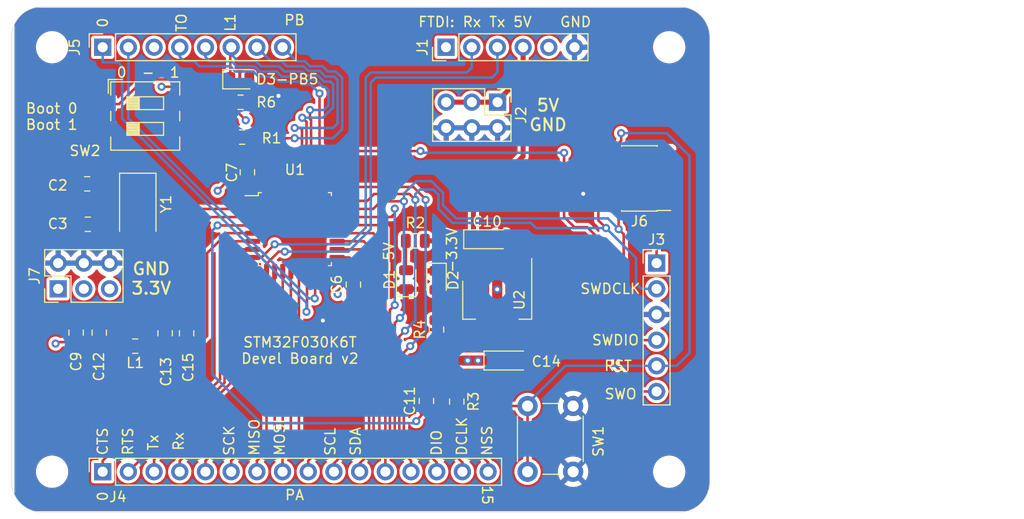
<source format=kicad_pcb>
(kicad_pcb (version 20240108) (generator "pcbnew") (generator_version "8.0")
  (title_block (date "2020-07-01") (rev "0.0.2"))
  (layers (0 "F.Cu" signal) (1 "In1.Cu" power) (2 "In2.Cu" power) (31 "B.Cu" signal) (34 "B.Paste" user) (35 "F.Paste" user) (36 "B.SilkS" user "B.Silkscreen") (37 "F.SilkS" user "F.Silkscreen") (38 "B.Mask" user) (39 "F.Mask" user) (44 "Edge.Cuts" user))
  (net 0 "")
  (net 1 "VCC")
  (net 2 "GND")
  (net 3 "+5V")
  (net 4 "Net-(D1-Pad2)")
  (net 5 "Net-(D2-Pad2)")
  (net 6 "Net-(D3-Pad2)")
  (net 7 "/PB5")
  (net 8 "/PA12")
  (net 9 "/PA11")
  (net 10 "/PB7")
  (net 11 "/PB6")
  (net 12 "/PB4")
  (net 13 "/PB3")
  (net 14 "/PA15")
  (net 15 "/PA14")
  (net 16 "/PA13")
  (net 17 "/PA10")
  (net 18 "/PA9")
  (net 19 "/PA8")
  (net 20 "/PB1")
  (net 21 "/PB0")
  (net 22 "/PA7")
  (net 23 "/PA6")
  (net 24 "/PA5")
  (net 25 "/PA4")
  (net 26 "/PA3")
  (net 27 "/PA2")
  (net 28 "/PA1")
  (net 29 "/PA0")
  (net 30 "/STM32F030K6/PF0")
  (net 31 "/STM32F030K6/PF1")
  (net 32 "/STM32F030K6/NRST")
  (net 33 "/STM32F030K6/_VDDA")
  (net 34 "/STM32F030K6/BOOT0")
  (footprint "MountingHole:MountingHole_2.7mm_M2.5" (layer "F.Cu") (at 165 116)
    (property "Reference" "H2" (hide yes))
    (property "Value" "MountingHole")
  )
  (footprint "MountingHole:MountingHole_2.7mm_M2.5" (layer "F.Cu") (at 165 74)
    (property "Reference" "H1" (hide yes))
    (property "Value" "MountingHole")
  )
  (footprint "MountingHole:MountingHole_2.7mm_M2.5" (layer "F.Cu") (at 104 74)
    (property "Reference" "H3" (hide yes))
    (property "Value" "MountingHole")
  )
  (footprint "MountingHole:MountingHole_2.7mm_M2.5" (layer "F.Cu") (at 104 116)
    (property "Reference" "H4" (hide yes))
    (property "Value" "MountingHole")
  )
  (footprint "Crystal:Crystal_SMD_5032-2Pin_5.0x3.2mm" (layer "F.Cu") (at 112.4699 89.5169 -90)
    (property "Reference" "Y1")
    (property "Value" "8MHz")
  )
  (footprint "Resistor_SMD:R_0805_2012Metric" (layer "F.Cu") (at 122.632 79.446)
    (property "Reference" "R6")
    (property "Value" "1K")
  )
  (footprint "Capacitor_Tantalum_SMD:CP_EIA-3216-18_Kemet-A" (layer "F.Cu") (at 149 105)
    (property "Reference" "C14")
    (property "Value" "10uf")
  )
  (footprint "Capacitor_SMD:C_0805_2012Metric" (layer "F.Cu") (at 115.174 102.3005 90)
    (property "Reference" "C13")
    (property "Value" "1uF")
  )
  (footprint "Resistor_SMD:R_0805_2012Metric" (layer "F.Cu") (at 139.904 93.162 180)
    (property "Reference" "R2")
    (property "Value" "10K")
  )
  (footprint "Capacitor_SMD:C_0805_2012Metric" (layer "F.Cu") (at 106.376 102.238 90)
    (property "Reference" "C9")
    (property "Value" "1uF")
  )
  (footprint "Resistor_SMD:R_0805_2012Metric" (layer "F.Cu") (at 144 109.0625 -90)
    (property "Reference" "R3")
    (property "Value" "10K")
  )
  (footprint "LED_SMD:LED_0805_2012Metric" (layer "F.Cu") (at 142 97.0625 -90)
    (property "Reference" "D2")
    (property "Value" "BLUE")
  )
  (footprint "Resistor_SMD:R_0805_2012Metric" (layer "F.Cu") (at 142 101.9375 90)
    (property "Reference" "R4")
    (property "Value" "1K")
  )
  (footprint "Resistor_SMD:R_0805_2012Metric" (layer "F.Cu") (at 122.7838 82.8906 180)
    (property "Reference" "R1")
    (property "Value" "10K")
  )
  (footprint "Package_TO_SOT_SMD:SOT-223-3_TabPin2" (layer "F.Cu") (at 148 99 -90)
    (property "Reference" "U2")
    (property "Value" "AMS1117-3.3")
  )
  (footprint "Button_Switch_THT:SW_PUSH_6mm" (layer "F.Cu") (at 151 116 90)
    (property "Reference" "SW1")
    (property "Value" "SW_Push")
  )
  (footprint "Capacitor_SMD:C_0805_2012Metric" (layer "F.Cu") (at 107.5324 91.5169 180)
    (property "Reference" "C3")
    (property "Value" "20pf")
  )
  (footprint "LED_SMD:LED_0805_2012Metric" (layer "F.Cu") (at 122.5535 77.16)
    (property "Reference" "D3")
    (property "Value" "GREEN")
  )
  (footprint "LED_SMD:LED_0805_2012Metric" (layer "F.Cu") (at 139 97 90)
    (property "Reference" "D1")
    (property "Value" "RED")
  )
  (footprint "Capacitor_SMD:C_0805_2012Metric" (layer "F.Cu") (at 108.662 102.238 90)
    (property "Reference" "C12")
    (property "Value" "10nF")
  )
  (footprint "Package_QFP:LQFP-32_7x7mm_P0.8mm" (layer "F.Cu") (at 128 92)
    (property "Reference" "U1")
    (property "Value" "STM32F030K6Tx")
  )
  (footprint "Capacitor_SMD:C_0805_2012Metric" (layer "F.Cu") (at 107.4699 87.5169 180)
    (property "Reference" "C2")
    (property "Value" "20pf")
  )
  (footprint "Capacitor_SMD:C_0805_2012Metric" (layer "F.Cu") (at 141 109 90)
    (property "Reference" "C11")
    (property "Value" "100nf")
  )
  (footprint "Capacitor_Tantalum_SMD:CP_EIA-3216-18_Kemet-A" (layer "F.Cu") (at 147 93)
    (property "Reference" "C10")
    (property "Value" "10uf")
  )
  (footprint "Inductor_SMD:L_0805_2012Metric" (layer "F.Cu") (at 112.218 103.576 180)
    (property "Reference" "L1")
    (property "Value" "10uH")
  )
  (footprint "Capacitor_SMD:C_0805_2012Metric" (layer "F.Cu") (at 133.782 97.4829 90)
    (property "Reference" "C6")
    (property "Value" "100nf")
  )
  (footprint "Capacitor_SMD:C_0805_2012Metric" (layer "F.Cu") (at 117.298 102.306 90)
    (property "Reference" "C15")
    (property "Value" "10nF")
  )
  (footprint "Capacitor_SMD:C_0805_2012Metric" (layer "F.Cu") (at 123.3045 86.3704 -90)
    (property "Reference" "C7")
    (property "Value" "100nf")
  )
  (footprint "Connector_PinSocket_2.54mm:PinSocket_1x08_P2.54mm_Vertical" (layer "F.Cu") (at 109 74 90)
    (property "Reference" "J5")
    (property "Value" "Conn_01x16")
  )
  (footprint "Connector_PinSocket_2.54mm:PinSocket_1x16_P2.54mm_Vertical" (layer "F.Cu") (at 109 116 90)
    (property "Reference" "J4")
    (property "Value" "Conn_01x16")
  )
  (footprint "Connector_PinHeader_1.27mm:PinHeader_2x05_P1.27mm_Vertical_SMD" (layer "F.Cu") (at 162.058 86.98 180)
    (property "Reference" "J6")
    (property "Value" "Conn_02x05 Odd_Even")
  )
  (footprint "Button_Switch_SMD:SW_DIP_SPSTx02_Slide_6.7x6.64mm_W8.61mm_P2.54mm_LowProfile" (layer "F.Cu") (at 113.208 80.8078)
    (property "Reference" "SW2")
    (property "Value" "SW_DIP_x02")
  )
  (footprint "Connector_PinHeader_2.54mm:PinHeader_1x06_P2.54mm_Vertical" (layer "F.Cu") (at 142.9387 74 90)
    (property "Reference" "J1")
    (property "Value" "Conn_01x06")
  )
  (footprint "Connector_PinHeader_2.54mm:PinHeader_2x03_P2.54mm_Vertical" (layer "F.Cu") (at 148.0314 79.4362 -90)
    (property "Reference" "J2")
    (property "Value" "Conn_02x03_Odd_Even")
  )
  (footprint "Connector_PinHeader_2.54mm:PinHeader_2x03_P2.54mm_Vertical" (layer "F.Cu") (at 104.5974 97.902 90)
    (property "Reference" "J7")
    (property "Value" "Conn_02x03_Odd_Even")
  )
  (footprint "Connector_PinHeader_2.54mm:PinHeader_1x06_P2.54mm_Vertical" (layer "F.Cu") (at 163.754 95.362)
    (property "Reference" "J3")
    (property "Value" "Conn_01x06")
  )
  (gr_line (start 166 70) (end 103 70) (stroke (width 0.05)) (layer "Edge.Cuts"))
  (gr_line (start 100 117) (end 100 73) (stroke (width 0.05)) (layer "Edge.Cuts"))
  (gr_line (start 166 120) (end 103 120) (stroke (width 0.05)) (layer "Edge.Cuts"))
  (gr_arc (start 100 73) (mid 100.87868 70.87868) (end 103 70) (stroke (width 0.05)) (layer "Edge.Cuts"))
  (gr_arc (start 169 117) (mid 168.12132 119.12132) (end 166 120) (stroke (width 0.05)) (layer "Edge.Cuts"))
  (gr_arc (start 166 70) (mid 168.12132 70.87868) (end 169 73) (stroke (width 0.05)) (layer "Edge.Cuts"))
  (gr_line (start 169 73) (end 169 117) (stroke (width 0.05)) (layer "Edge.Cuts"))
  (gr_arc (start 103 120) (mid 100.87868 119.12132) (end 100 117) (stroke (width 0.05)) (layer "Edge.Cuts"))
  (gr_text "0  -  1" (at 113.5 76.5 0) (layer "F.SilkS") (effects (font (size 1 1))))
  (gr_text "-PB5" (at 128.22 77.16 0) (layer "F.SilkS") (effects (font (size 1 1))))
  (gr_text "DCLK" (at 144.5 114.5 90) (layer "F.SilkS") (effects (font (size 1 1)) (justify left)))
  (gr_text "Boot 0\nBoot 1" (at 103.9624 80.8586 0) (layer "F.SilkS") (effects (font (size 1 1))))
  (gr_text "0" (at 108.916 71.572 270) (layer "F.SilkS") (effects (font (size 1 1))))
  (gr_text "15" (at 147.016 118.308 270) (layer "F.SilkS") (effects (font (size 1 1))))
  (gr_text "0" (at 108.916 118.435 270) (layer "F.SilkS") (effects (font (size 1 1))))
  (gr_text "DIO" (at 142 114.5 90) (layer "F.SilkS") (effects (font (size 1 1)) (justify left)))
  (gr_text "L1" (at 121.616 71.572 90) (layer "F.SilkS") (effects (font (size 1 1))))
  (gr_text "TO" (at 116.79 71.572 90) (layer "F.SilkS") (effects (font (size 1 1))))
  (gr_text "PB" (at 127.966 71.318 0) (layer "F.SilkS") (effects (font (size 1 1))))
  (gr_text "PA" (at 127.966 118.308 0) (layer "F.SilkS") (effects (font (size 1 1))))
  (gr_text "SWDIO" (at 159.69 102.982 0) (layer "F.SilkS") (effects (font (size 1 1))))
  (gr_text "SWDCLK" (at 159.182 97.902 0) (layer "F.SilkS") (effects (font (size 1 1))))
  (gr_text "SWO" (at 160.198 108.316 0) (layer "F.SilkS") (effects (font (size 1 1))))
  (gr_text "RST" (at 159.944 105.522 0) (layer "F.SilkS") (effects (font (size 1 1))))
  (gr_text "5V\nGND" (at 153.0225 80.7062 0) (layer "F.SilkS") (effects (font (size 1.2 1.2) (thickness 0.2))))
  (gr_text "Tx" (at 114 114 90) (layer "F.SilkS") (effects (font (size 1 1)) (justify left)))
  (gr_text "Rx" (at 116.5 114 90) (layer "F.SilkS") (effects (font (size 1 1)) (justify left)))
  (gr_text "SCL" (at 131.5 114.5 90) (layer "F.SilkS") (effects (font (size 1 1)) (justify left)))
  (gr_text "SDA" (at 134 114.5 90) (layer "F.SilkS") (effects (font (size 1 1)) (justify left)))
  (gr_text "MISO" (at 124 114.5 90) (layer "F.SilkS") (effects (font (size 1 1)) (justify left)))
  (gr_text "MOSI" (at 126.5 114.5 90) (layer "F.SilkS") (effects (font (size 1 1)) (justify left)))
  (gr_text "Tx" (at 148 71.5 0) (layer "F.SilkS") (effects (font (size 1 1))))
  (gr_text "-3.3V" (at 143.523 94.051 90) (layer "F.SilkS") (effects (font (size 1 1))))
  (gr_text "NSS" (at 147 114.5 90) (layer "F.SilkS") (effects (font (size 1 1)) (justify left)))
  (gr_text "RTS" (at 111.5 113 90) (layer "F.SilkS") (effects (font (size 1 1))))
  (gr_text "SCK" (at 121.5 114.5 90) (layer "F.SilkS") (effects (font (size 1 1)) (justify left)))
  (gr_text "GND" (at 155.75 71.5 0) (layer "F.SilkS") (effects (font (size 1 1))))
  (gr_text "STM32F030K6T\nDevel Board v2" (at 128.5 104 0) (layer "F.SilkS") (effects (font (size 1 1))))
  (gr_text "-5V" (at 137.3 94.813 90) (layer "F.SilkS") (effects (font (size 1 1))))
  (gr_text "5V" (at 150.5 71.5 0) (layer "F.SilkS") (effects (font (size 1 1))))
  (gr_text "GND\n3.3V" (at 113.8049 96.886 0) (layer "F.SilkS") (effects (font (size 1.2 1.2) (thickness 0.2))))
  (gr_text "Rx" (at 145.5 71.5 0) (layer "F.SilkS") (effects (font (size 1 1))))
  (gr_text "FTDI:" (at 142 71.5 0) (layer "F.SilkS") (effects (font (size 1 1))))
  (gr_text "CTS" (at 109 113 90) (layer "F.SilkS") (effects (font (size 1 1))))
  (segment (start 117.298 79.192) (end 117.6305 79.192) (width 0.25) (layer "F.Cu") (net 1))
  (segment (start 121.6945 79.7785) (end 123.14 81.224) (width 0.25) (layer "F.Cu") (net 1))
  (segment (start 145.084 105) (end 144.576 105) (width 1) (layer "F.Cu") (net 1))
  (segment (start 121.6945 79.446) (end 121.6945 79.7785) (width 0.25) (layer "F.Cu") (net 1))
  (segment (start 106.376 103.1755) (end 104.4905 103.1755) (width 0.25) (layer "F.Cu") (net 1))
  (segment (start 104.4905 103.1755) (end 104.344 103.322) (width 0.25) (layer "F.Cu") (net 1))
  (segment (start 108.662 103.1755) (end 106.376 103.1755) (width 0.25) (layer "F.Cu") (net 1))
  (segment (start 111.2805 103.576) (end 109.0625 103.576) (width 0.25) (layer "F.Cu") (net 1))
  (segment (start 109.0625 103.576) (end 108.662 103.1755) (width 0.25) (layer "F.Cu") (net 1))
  (segment (start 146.1 105) (end 145.084 105) (width 1) (layer "F.Cu") (net 1))
  (segment (start 143.968 104.084) (end 143.968 104.392) (width 0.25) (layer "F.Cu") (net 1))
  (segment (start 143.968 104.392) (end 144.576 105) (width 0.25) (layer "F.Cu") (net 1))
  (segment (start 142 102.875) (end 142.759 102.875) (width 0.25) (layer "F.Cu") (net 1))
  (segment (start 142.759 102.875) (end 143.968 104.084) (width 0.25) (layer "F.Cu") (net 1))
  (segment (start 144.576 105) (end 144 105.576) (width 0.25) (layer "F.Cu") (net 1))
  (segment (start 144 105.576) (end 144 108.125) (width 0.25) (layer "F.Cu") (net 1))
  (segment (start 147.65 105) (end 146.1 105) (width 1) (layer "F.Cu") (net 1))
  (segment (start 147.65 105) (end 147.65 102.5) (width 1) (layer "F.Cu") (net 1))
  (segment (start 147.65 102.5) (end 148 102.15) (width 0.25) (layer "F.Cu") (net 1))
  (segment (start 148 97.956) (end 148 102.15) (width 1) (layer "F.Cu") (net 1))
  (segment (start 148 95.85) (end 148 97.956) (width 1) (layer "F.Cu") (net 1))
  (segment (start 132.231835 98.095565) (end 132.231835 98.425952) (width 0.25) (layer "F.Cu") (net 1))
  (segment (start 164 92) (end 163.75 92.25) (width 0.25) (layer "F.Cu") (net 1))
  (segment (start 132.175 94.8) (end 133.3851 94.8) (width 0.25) (layer "F.Cu") (net 1))
  (segment (start 121.2621 87.3079) (end 120.3708 88.1992) (width 0.25) (layer "F.Cu") (net 1))
  (segment (start 117.145 77.9122) (end 117.513 78.2802) (width 0.25) (layer "F.Cu") (net 1))
  (segment (start 164 89.528) (end 164 92) (width 0.25) (layer "F.Cu") (net 1))
  (segment (start 163.754 95.362) (end 163.754 92.254) (width 0.25) (layer "F.Cu") (net 1))
  (segment (start 114.8209 77.9122) (end 117.145 77.9122) (width 0.25) (layer "F.Cu") (net 1))
  (segment (start 117.513 78.2802) (end 117.513 79.5378) (width 0.25) (layer "F.Cu") (net 1))
  (segment (start 123.3045 88.0214) (end 123.825 88.5419) (width 0.25) (layer "F.Cu") (net 1))
  (segment (start 114.8712 77.9625) (end 114.8209 77.9122) (width 0.25) (layer "F.Cu") (net 1))
  (segment (start 123.825 88.5419) (end 123.825 89.2) (width 0.25) (layer "F.Cu") (net 1))
  (segment (start 133.782 96.5454) (end 132.231835 98.095565) (width 0.25) (layer "F.Cu") (net 1))
  (segment (start 163.754 92.254) (end 163.75 92.25) (width 0.25) (layer "F.Cu") (net 1))
  (segment (start 133.782 95.1969) (end 133.782 96.5454) (width 0.25) (layer "F.Cu") (net 1))
  (segment (start 133.3851 94.8) (end 133.782 95.1969) (width 0.25) (layer "F.Cu") (net 1))
  (segment (start 164.008 89.52) (end 164 89.528) (width 0.25) (layer "F.Cu") (net 1))
  (segment (start 123.3045 87.3079) (end 121.2621 87.3079) (width 0.25) (layer "F.Cu") (net 1))
  (segment (start 123.3045 87.3079) (end 123.3045 88.0214) (width 0.25) (layer "F.Cu") (net 1))
  (via (at 123.14 81.224) (size 0.8) (drill 0.4) (layers "F.Cu" "B.Cu") (net 1))
  (via (at 104.344 103.322) (size 0.8) (drill 0.4) (layers "F.Cu" "B.Cu") (net 1))
  (via (at 145.084 105) (size 0.8) (drill 0.4) (layers "F.Cu" "B.Cu") (net 1))
  (via (at 146.1 105) (size 0.8) (drill 0.4) (layers "F.Cu" "B.Cu") (net 1))
  (via (at 148 97.956) (size 0.8) (drill 0.4) (layers "F.Cu" "B.Cu") (net 1))
  (via (at 120.3708 88.1992) (size 0.8) (drill 0.4) (layers "F.Cu" "B.Cu") (net 1))
  (via (at 114.8209 77.9122) (size 0.8) (drill 0.4) (layers "F.Cu" "B.Cu") (net 1))
  (via (at 132.231835 98.425952) (size 0.8) (drill 0.4) (layers "F.Cu" "B.Cu") (net 1))
  (segment (start 115.174 101.363) (end 117.2925 101.363) (width 0.25) (layer "F.Cu") (net 2))
  (segment (start 117.2925 101.363) (end 117.298 101.3685) (width 0.25) (layer "F.Cu") (net 2))
  (segment (start 131.159999 100.636001) (end 130.76 101.036) (width 0.25) (layer "F.Cu") (net 2))
  (segment (start 130.75 96.1625) (end 131.159999 96.572499) (width 0.25) (layer "F.Cu") (net 2))
  (segment (start 131.159999 96.572499) (end 131.159999 100.636001) (width 0.25) (layer "F.Cu") (net 2))
  (via (at 130.76 101.036) (size 0.8) (drill 0.4) (layers "F.Cu" "B.Cu") (net 2))
  (via (at 126.378 78.811) (size 0.8) (drill 0.4) (layers "F.Cu" "B.Cu") (net 2))
  (via (at 156.5 88.5) (size 0.8) (drill 0.4) (layers "F.Cu" "B.Cu") (net 2))
  (segment (start 143.368 93) (end 143.206 93.162) (width 0.5) (layer "F.Cu") (net 3))
  (segment (start 143.206 93.162) (end 140.8415 93.162) (width 0.5) (layer "F.Cu") (net 3))
  (segment (start 145.65 93) (end 143.368 93) (width 0.5) (layer "F.Cu") (net 3))
  (segment (start 145.65 95.8) (end 145.7 95.85) (width 0.5) (layer "F.Cu") (net 3))
  (segment (start 150.5587 84.7829) (end 145.65 89.6916) (width 0.5) (layer "F.Cu") (net 3))
  (segment (start 145.65 93.8318) (end 145.65 95.8) (width 0.5) (layer "F.Cu") (net 3))
  (segment (start 150.5587 76.7819) (end 150.5587 84.7829) (width 0.5) (layer "F.Cu") (net 3))
  (segment (start 145.65 93) (end 145.65 93.8318) (width 0.5) (layer "F.Cu") (net 3))
  (segment (start 145.65 89.6916) (end 145.65 93.8318) (width 0.5) (layer "F.Cu") (net 3))
  (segment (start 150.5587 73.8355) (end 150.5587 76.7819) (width 0.5) (layer "F.Cu") (net 3))
  (segment (start 147.9044 79.4362) (end 150.5587 76.7819) (width 0.5) (layer "F.Cu") (net 3))
  (segment (start 142.9514 79.4362) (end 147.9044 79.4362) (width 0.5) (layer "F.Cu") (net 3))
  (segment (start 138.9665 93.162) (end 138.9665 96.029) (width 0.25) (layer "F.Cu") (net 4))
  (segment (start 138.9665 96.029) (end 139 96.0625) (width 0.25) (layer "F.Cu") (net 4))
  (segment (start 142 98) (end 142 101) (width 0.25) (layer "F.Cu") (net 5))
  (segment (start 123.491 77.16) (end 123.491 79.3675) (width 0.25) (layer "F.Cu") (net 6))
  (segment (start 123.491 79.3675) (end 123.5695 79.446) (width 0.25) (layer "F.Cu") (net 6))
  (segment (start 121.616 77.16) (end 121.616 74.084) (width 0.25) (layer "F.Cu") (net 7))
  (segment (start 121.616 74.084) (end 121.7 74) (width 0.25) (layer "F.Cu") (net 7))
  (segment (start 128.4 87.825) (end 128.4 86.6851) (width 0.25) (layer "F.Cu") (net 7))
  (segment (start 129.150011 85.935089) (end 129.150011 81.392011) (width 0.25) (layer "F.Cu") (net 7))
  (segment (start 129.150011 81.392011) (end 128.728 80.97) (width 0.25) (layer "F.Cu") (net 7))
  (segment (start 128.4 86.6851) (end 129.150011 85.935089) (width 0.25) (layer "F.Cu") (net 7))
  (via (at 128.728 80.97) (size 0.8) (drill 0.4) (layers "F.Cu" "B.Cu") (net 7))
  (segment (start 128.728 76.398) (end 129.11861 76.78861) (width 0.25) (layer "B.Cu") (net 7))
  (segment (start 124.156 75.382) (end 124.664 75.89) (width 0.25) (layer "B.Cu") (net 7))
  (segment (start 130.88559 77.414) (end 131.522 77.414) (width 0.25) (layer "B.Cu") (net 7))
  (segment (start 124.664 75.89) (end 126.442 75.89) (width 0.25) (layer "B.Cu") (net 7))
  (segment (start 121.7 74.704) (end 122.378 75.382) (width 0.25) (layer "B.Cu") (net 7))
  (segment (start 131.776 77.668) (end 131.776 79.954) (width 0.25) (layer "B.Cu") (net 7))
  (segment (start 121.7 74) (end 121.7 74.704) (width 0.25) (layer "B.Cu") (net 7))
  (segment (start 126.95 76.398) (end 128.728 76.398) (width 0.25) (layer "B.Cu") (net 7))
  (segment (start 130.76 80.97) (end 128.728 80.97) (width 0.25) (layer "B.Cu") (net 7))
  (segment (start 122.378 75.382) (end 124.156 75.382) (width 0.25) (layer "B.Cu") (net 7))
  (segment (start 126.442 75.89) (end 126.95 76.398) (width 0.25) (layer "B.Cu") (net 7))
  (segment (start 131.776 79.954) (end 130.76 80.97) (width 0.25) (layer "B.Cu") (net 7))
  (segment (start 131.522 77.414) (end 131.776 77.668) (width 0.25) (layer "B.Cu") (net 7))
  (segment (start 130.2602 76.78861) (end 130.88559 77.414) (width 0.25) (layer "B.Cu") (net 7))
  (segment (start 129.11861 76.78861) (end 130.2602 76.78861) (width 0.25) (layer "B.Cu") (net 7))
  (segment (start 137.39001 113.76201) (end 137.39001 99.99399) (width 0.25) (layer "F.Cu") (net 8))
  (segment (start 138.126 114.498) (end 137.39001 113.76201) (width 0.25) (layer "F.Cu") (net 8))
  (segment (start 139.48 114.92) (end 139.058 114.498) (width 0.25) (layer "F.Cu") (net 8))
  (segment (start 137.39001 99.99399) (end 137.872 99.512) (width 0.25) (layer "F.Cu") (net 8))
  (segment (start 139.48 116) (end 139.48 114.92) (width 0.25) (layer "F.Cu") (net 8))
  (segment (start 139.058 114.498) (end 138.126 114.498) (width 0.25) (layer "F.Cu") (net 8))
  (segment (start 137.872 90.368) (end 137.872 89.969009) (width 0.25) (layer "F.Cu") (net 8))
  (segment (start 137.872 89.969009) (end 137.872 90.431) (width 0.25) (layer "F.Cu") (net 8))
  (segment (start 132.175 90.8) (end 137.5947 90.8) (width 0.25) (layer "F.Cu") (net 8))
  (segment (start 137.872 90.431) (end 137.50301 90.79999) (width 0.25) (layer "F.Cu") (net 8))
  (segment (start 137.59471 90.79999) (end 137.50301 90.79999) (width 0.25) (layer "F.Cu") (net 8))
  (segment (start 137.5947 90.8) (end 137.59471 90.79999) (width 0.25) (layer "F.Cu") (net 8))
  (via (at 137.872 89.969009) (size 0.8) (drill 0.4) (layers "F.Cu" "B.Cu") (net 8))
  (via (at 137.872 99.512) (size 0.8) (drill 0.4) (layers "F.Cu" "B.Cu") (net 8))
  (segment (start 137.872 99.512) (end 137.872 89.969009) (width 0.25) (layer "B.Cu") (net 8))
  (segment (start 132.1625 91.75) (end 132.396 91.75) (width 0.25) (layer "F.Cu") (net 9))
  (segment (start 132.396 91.75) (end 132.42099 91.77499) (width 0.25) (layer "F.Cu") (net 9))
  (segment (start 136.5732 91.6) (end 136.94 91.9668) (width 0.25) (layer "F.Cu") (net 9))
  (segment (start 132.175 91.6) (end 136.5732 91.6) (width 0.25) (layer "F.Cu") (net 9))
  (segment (start 136.94 91.9668) (end 136.94 116) (width 0.25) (layer "F.Cu") (net 9))
  (segment (start 127.975 83.002) (end 127.75 83.227) (width 0.25) (layer "F.Cu") (net 10))
  (segment (start 127.1174 83.002) (end 127.975 83.002) (width 0.25) (layer "F.Cu") (net 10))
  (segment (start 126.8 87.825) (end 126.8 83.3194) (width 0.25) (layer "F.Cu") (net 10))
  (segment (start 126.8 83.3194) (end 127.1174 83.002) (width 0.25) (layer "F.Cu") (net 10))
  (via (at 127.975 83.002) (size 0.8) (drill 0.4) (layers "F.Cu" "B.Cu") (net 10))
  (segment (start 130.75859 75.88859) (end 131.268 76.398) (width 0.25) (layer "B.Cu") (net 10))
  (segment (start 131.268 76.398) (end 132.03 76.398) (width 0.25) (layer "B.Cu") (net 10))
  (segment (start 132.03 76.398) (end 132.67602 77.04402) (width 0.25) (layer "B.Cu") (net 10))
  (segment (start 132.67602 77.04402) (end 132.67602 82.10198) (width 0.25) (layer "B.Cu") (net 10))
  (segment (start 126.78 74) (end 128.162 75.382) (width 0.25) (layer "B.Cu") (net 10))
  (segment (start 131.776 83.002) (end 127.975 83.002) (width 0.25) (layer "B.Cu") (net 10))
  (segment (start 132.67602 82.10198) (end 131.776 83.002) (width 0.25) (layer "B.Cu") (net 10))
  (segment (start 128.162 75.382) (end 128.984821 75.382) (width 0.25) (layer "B.Cu") (net 10))
  (segment (start 128.984821 75.382) (end 129.49141 75.88859) (width 0.25) (layer "B.Cu") (net 10))
  (segment (start 129.49141 75.88859) (end 130.75859 75.88859) (width 0.25) (layer "B.Cu") (net 10))
  (segment (start 128.540685 81.986) (end 128.700001 82.145316) (width 0.25) (layer "F.Cu") (net 11))
  (segment (start 127.975 81.986) (end 128.540685 81.986) (width 0.25) (layer "F.Cu") (net 11))
  (segment (start 127.6 86.05) (end 128.700001 84.949999) (width 0.25) (layer "F.Cu") (net 11))
  (segment (start 127.6 87.825) (end 127.6 86.05) (width 0.25) (layer "F.Cu") (net 11))
  (segment (start 128.700001 84.949999) (end 128.700001 82.145316) (width 0.25) (layer "F.Cu") (net 11))
  (via (at 127.975 81.986) (size 0.8) (drill 0.4) (layers "F.Cu" "B.Cu") (net 11))
  (segment (start 132.226009 81.535991) (end 131.776 81.986) (width 0.25) (layer "B.Cu") (net 11))
  (segment (start 127.204 75.89) (end 128.856411 75.89) (width 0.25) (layer "B.Cu") (net 11))
  (segment (start 131.90159 76.906) (end 132.226009 77.230419) (width 0.25) (layer "B.Cu") (net 11))
  (segment (start 130.4466 76.3386) (end 131.014 76.906) (width 0.25) (layer "B.Cu") (net 11))
  (segment (start 129.30501 76.3386) (end 130.4466 76.3386) (width 0.25) (layer "B.Cu") (net 11))
  (segment (start 126.696 75.382) (end 127.204 75.89) (width 0.25) (layer "B.Cu") (net 11))
  (segment (start 125.622 75.382) (end 126.696 75.382) (width 0.25) (layer "B.Cu") (net 11))
  (segment (start 132.226009 77.230419) (end 132.226009 81.535991) (width 0.25) (layer "B.Cu") (net 11))
  (segment (start 128.856411 75.89) (end 129.30501 76.3386) (width 0.25) (layer "B.Cu") (net 11))
  (segment (start 124.24 74) (end 125.622 75.382) (width 0.25) (layer "B.Cu") (net 11))
  (segment (start 131.014 76.906) (end 131.90159 76.906) (width 0.25) (layer "B.Cu") (net 11))
  (segment (start 131.776 81.986) (end 127.975 81.986) (width 0.25) (layer "B.Cu") (net 11))
  (segment (start 129.600021 86.386779) (end 129.600021 81.205611) (width 0.25) (layer "F.Cu") (net 12))
  (segment (start 129.2 87.825) (end 129.2 86.7868) (width 0.25) (layer "F.Cu") (net 12))
  (segment (start 129.600021 81.205611) (end 129.49 81.09559) (width 0.25) (layer "F.Cu") (net 12))
  (segment (start 129.49 81.09559) (end 129.49 80.208) (width 0.25) (layer "F.Cu") (net 12))
  (segment (start 129.2 86.7868) (end 129.600021 86.386779) (width 0.25) (layer "F.Cu") (net 12))
  (via (at 129.49 80.208) (size 0.8) (drill 0.4) (layers "F.Cu" "B.Cu") (net 12))
  (segment (start 124.53559 76.398) (end 126.188 76.398) (width 0.25) (layer "B.Cu") (net 12))
  (segment (start 130.75718 77.922) (end 131.014 77.922) (width 0.25) (layer "B.Cu") (net 12))
  (segment (start 122.24959 75.89) (end 124.02759 75.89) (width 0.25) (layer "B.Cu") (net 12))
  (segment (start 131.014 77.922) (end 131.32599 78.23399) (width 0.25) (layer "B.Cu") (net 12))
  (segment (start 126.188 76.398) (end 126.696 76.906) (width 0.25) (layer "B.Cu") (net 12))
  (segment (start 128.59959 76.906) (end 128.93221 77.23862) (width 0.25) (layer "B.Cu") (net 12))
  (segment (start 119.584 75.382) (end 121.74159 75.382) (width 0.25) (layer "B.Cu") (net 12))
  (segment (start 119.16 74.958) (end 119.584 75.382) (width 0.25) (layer "B.Cu") (net 12))
  (segment (start 131.32599 78.23399) (end 131.32599 79.7676) (width 0.25) (layer "B.Cu") (net 12))
  (segment (start 128.93221 77.23862) (end 130.0738 77.23862) (width 0.25) (layer "B.Cu") (net 12))
  (segment (start 121.74159 75.382) (end 122.24959 75.89) (width 0.25) (layer "B.Cu") (net 12))
  (segment (start 126.696 76.906) (end 128.59959 76.906) (width 0.25) (layer "B.Cu") (net 12))
  (segment (start 119.16 74) (end 119.16 74.958) (width 0.25) (layer "B.Cu") (net 12))
  (segment (start 130.0738 77.23862) (end 130.75718 77.922) (width 0.25) (layer "B.Cu") (net 12))
  (segment (start 124.02759 75.89) (end 124.53559 76.398) (width 0.25) (layer "B.Cu") (net 12))
  (segment (start 130.88559 80.208) (end 129.49 80.208) (width 0.25) (layer "B.Cu") (net 12))
  (segment (start 131.32599 79.7676) (end 130.88559 80.208) (width 0.25) (layer "B.Cu") (net 12))
  (segment (start 131.014 84.272) (end 140.412 84.272) (width 0.25) (layer "F.Cu") (net 13))
  (segment (start 130.43584 83.69384) (end 131.014 84.272) (width 0.25) (layer "F.Cu") (net 13))
  (segment (start 130.43584 78.571897) (end 130.43584 83.69384) (width 0.25) (layer "F.Cu") (net 13))
  (segment (start 159.69 105.522) (end 159.69 94.6) (width 0.25) (layer "F.Cu") (net 13))
  (segment (start 164.516 108.062) (end 162.23 108.062) (width 0.25) (layer "F.Cu") (net 13))
  (segment (start 130 87.825) (end 130 86.62321) (width 0.25) (layer "F.Cu") (net 13))
  (segment (start 155.626 91.806) (end 154.61 90.79) (width 0.25) (layer "F.Cu") (net 13))
  (segment (start 130.43584 86.18737) (end 130.43584 83.69384) (width 0.25) (layer "F.Cu") (net 13))
  (segment (start 155.2 86.98) (end 154.61 86.39) (width 0.25) (layer "F.Cu") (net 13))
  (segment (start 156.896 91.806) (end 155.626 91.806) (width 0.25) (layer "F.Cu") (net 13))
  (segment (start 154.61 90.79) (end 154.61 86.39) (width 0.25) (layer "F.Cu") (net 13))
  (segment (start 162.23 108.062) (end 159.69 105.522) (width 0.25) (layer "F.Cu") (net 13))
  (segment (start 130 86.62321) (end 130.43584 86.18737) (width 0.25) (layer "F.Cu") (net 13))
  (segment (start 160.108 86.98) (end 155.2 86.98) (width 0.25) (layer "F.Cu") (net 13))
  (segment (start 159.69 94.6) (end 156.896 91.806) (width 0.25) (layer "F.Cu") (net 13))
  (segment (start 154.61 86.39) (end 154.61 84.44) (width 0.25) (layer "F.Cu") (net 13))
  (via (at 140.412 84.272) (size 0.8) (drill 0.4) (layers "F.Cu" "B.Cu") (net 13))
  (via (at 130.43584 78.571897) (size 0.8) (drill 0.4) (layers "F.Cu" "B.Cu") (net 13))
  (via (at 154.61 84.44) (size 0.8) (drill 0.4) (layers "F.Cu" "B.Cu") (net 13))
  (segment (start 124.40718 76.906) (end 125.934 76.906) (width 0.25) (layer "B.Cu") (net 13))
  (segment (start 126.442 77.414) (end 128.47118 77.414) (width 0.25) (layer "B.Cu") (net 13))
  (segment (start 116.62 74.958) (end 117.044 75.382) (width 0.25) (layer "B.Cu") (net 13))
  (segment (start 116.62 74) (end 116.62 74.958) (width 0.25) (layer "B.Cu") (net 13))
  (segment (start 128.47118 77.414) (end 128.745808 77.688628) (width 0.25) (layer "B.Cu") (net 13))
  (segment (start 129.552571 77.688628) (end 130.43584 78.571897) (width 0.25) (layer "B.Cu") (net 13))
  (segment (start 118.568 75.89) (end 121.61318 75.89) (width 0.25) (layer "B.Cu") (net 13))
  (segment (start 122.12118 76.398) (end 123.89918 76.398) (width 0.25) (layer "B.Cu") (net 13))
  (segment (start 125.934 76.906) (end 126.442 77.414) (width 0.25) (layer "B.Cu") (net 13))
  (segment (start 121.61318 75.89) (end 122.12118 76.398) (width 0.25) (layer "B.Cu") (net 13))
  (segment (start 117.044 75.382) (end 118.06 75.382) (width 0.25) (layer "B.Cu") (net 13))
  (segment (start 123.89918 76.398) (end 124.40718 76.906) (width 0.25) (layer "B.Cu") (net 13))
  (segment (start 128.745808 77.688628) (end 129.552571 77.688628) (width 0.25) (layer "B.Cu") (net 13))
  (segment (start 118.06 75.382) (end 118.568 75.89) (width 0.25) (layer "B.Cu") (net 13))
  (segment (start 154.61 84.44) (end 140.58 84.44) (width 0.25) (layer "B.Cu") (net 13))
  (segment (start 140.58 84.44) (end 140.412 84.272) (width 0.25) (layer "B.Cu") (net 13))
  (segment (start 146.508 114.498) (end 144.73 114.498) (width 0.25) (layer "F.Cu") (net 14))
  (segment (start 144.73 114.498) (end 144.222 113.99) (width 0.25) (layer "F.Cu") (net 14))
  (segment (start 140.977991 113.539991) (end 140.92 113.482) (width 0.25) (layer "F.Cu") (net 14))
  (segment (start 140.79441 113.482) (end 140.3444 113.03199) (width 0.25) (layer "F.Cu") (net 14))
  (segment (start 140.3444 113.03199) (end 138.94599 113.03199) (width 0.25) (layer "F.Cu") (net 14))
  (segment (start 142.57241 113.99) (end 142.122401 113.539991) (width 0.25) (layer "F.Cu") (net 14))
  (segment (start 147.1 115.09) (end 146.508 114.498) (width 0.25) (layer "F.Cu") (net 14))
  (segment (start 142.122401 113.539991) (end 140.977991 113.539991) (width 0.25) (layer "F.Cu") (net 14))
  (segment (start 147.1 116) (end 147.1 115.09) (width 0.25) (layer "F.Cu") (net 14))
  (segment (start 138.77202 104.19998) (end 139.396 103.576) (width 0.25) (layer "F.Cu") (net 14))
  (segment (start 144.222 113.99) (end 142.57241 113.99) (width 0.25) (layer "F.Cu") (net 14))
  (segment (start 138.77202 112.85802) (end 138.77202 104.19998) (width 0.25) (layer "F.Cu") (net 14))
  (segment (start 138.94599 113.03199) (end 138.77202 112.85802) (width 0.25) (layer "F.Cu") (net 14))
  (segment (start 140.92 113.482) (end 140.79441 113.482) (width 0.25) (layer "F.Cu") (net 14))
  (segment (start 130.76 87.8275) (end 130.75 87.8375) (width 0.25) (layer "F.Cu") (net 14))
  (segment (start 130.8 87.825) (end 139.704002 87.825) (width 0.25) (layer "F.Cu") (net 14))
  (segment (start 140.92 89.040998) (end 140.92 89.098) (width 0.25) (layer "F.Cu") (net 14))
  (segment (start 139.704002 87.825) (end 140.92 89.040998) (width 0.25) (layer "F.Cu") (net 14))
  (via (at 140.92 89.098) (size 0.8) (drill 0.4) (layers "F.Cu" "B.Cu") (net 14))
  (via (at 139.396 103.576) (size 0.8) (drill 0.4) (layers "F.Cu" "B.Cu") (net 14))
  (segment (start 140.92 102.052) (end 140.92 89.098) (width 0.25) (layer "B.Cu") (net 14))
  (segment (start 139.396 103.576) (end 140.92 102.052) (width 0.25) (layer "B.Cu") (net 14))
  (segment (start 140.158 113.482) (end 138.634 113.482) (width 0.25) (layer "F.Cu") (net 15))
  (segment (start 144.56 116) (end 144.56 115.09) (width 0.25) (layer "F.Cu") (net 15))
  (segment (start 143.968 114.498) (end 142.444 114.498) (width 0.25) (layer "F.Cu") (net 15))
  (segment (start 141.936 113.99) (end 140.666 113.99) (width 0.25) (layer "F.Cu") (net 15))
  (segment (start 138.634 113.482) (end 138.32201 113.17001) (width 0.25) (layer "F.Cu") (net 15))
  (segment (start 144.56 115.09) (end 143.968 114.498) (width 0.25) (layer "F.Cu") (net 15))
  (segment (start 142.444 114.498) (end 141.936 113.99) (width 0.25) (layer "F.Cu") (net 15))
  (segment (start 138.32201 102.61799) (end 138.888 102.052) (width 0.25) (layer "F.Cu") (net 15))
  (segment (start 140.666 113.99) (end 140.158 113.482) (width 0.25) (layer "F.Cu") (net 15))
  (segment (start 138.32201 113.17001) (end 138.32201 102.61799) (width 0.25) (layer "F.Cu") (net 15))
  (segment (start 135.837102 88.518998) (end 139.324998 88.518998) (width 0.25) (layer "F.Cu") (net 15))
  (segment (start 158 91.132) (end 158.76 91.892) (width 0.25) (layer "F.Cu") (net 15))
  (segment (start 132.175 89.2) (end 135.1561 89.2) (width 0.25) (layer "F.Cu") (net 15))
  (segment (start 158 89.25) (end 158 91.132) (width 0.25) (layer "F.Cu") (net 15))
  (segment (start 139.324998 88.518998) (end 139.904 89.098) (width 0.25) (layer "F.Cu") (net 15))
  (segment (start 135.1561 89.2) (end 135.837102 88.518998) (width 0.25) (layer "F.Cu") (net 15))
  (segment (start 159 88.25) (end 158 89.25) (width 0.25) (layer "F.Cu") (net 15))
  (segment (start 160.108 88.25) (end 159 88.25) (width 0.25) (layer "F.Cu") (net 15))
  (via (at 139.904 89.098) (size 0.8) (drill 0.4) (layers "F.Cu" "B.Cu") (net 15))
  (via (at 138.888 102.052) (size 0.8) (drill 0.4) (layers "F.Cu" "B.Cu") (net 15))
  (via (at 158.76 91.892) (size 0.8) (drill 0.4) (layers "F.Cu" "B.Cu") (net 15))
  (segment (start 139.904 101.036) (end 139.904 89.098) (width 0.25) (layer "B.Cu") (net 15))
  (segment (start 138.888 102.052) (end 139.904 101.036) (width 0.25) (layer "B.Cu") (net 15))
  (segment (start 158.76 91.892) (end 161.722 94.854) (width 0.25) (layer "B.Cu") (net 15))
  (segment (start 139.904 88.532315) (end 140.354315 88.082) (width 0.25) (layer "B.Cu") (net 15))
  (segment (start 140.354315 88.082) (end 141.682 88.082) (width 0.25) (layer "B.Cu") (net 15))
  (segment (start 142.19 89.991) (end 143.583 91.384) (width 0.25) (layer "B.Cu") (net 15))
  (segment (start 161.722 97.394) (end 162.23 97.902) (width 0.25) (layer "B.Cu") (net 15))
  (segment (start 151.334 91.384) (end 151.842 91.892) (width 0.25) (layer "B.Cu") (net 15))
  (segment (start 139.904 89.098) (end 139.904 88.532315) (width 0.25) (layer "B.Cu") (net 15))
  (segment (start 141.682 88.082) (end 142.19 88.59) (width 0.25) (layer "B.Cu") (net 15))
  (segment (start 161.722 94.854) (end 161.722 97.394) (width 0.25) (layer "B.Cu") (net 15))
  (segment (start 142.19 88.59) (end 142.19 89.991) (width 0.25) (layer "B.Cu") (net 15))
  (segment (start 151.842 91.892) (end 158.76 91.892) (width 0.25) (layer "B.Cu") (net 15))
  (segment (start 162.23 97.902) (end 164.516 97.902) (width 0.25) (layer "B.Cu") (net 15))
  (segment (start 143.583 91.384) (end 151.334 91.384) (width 0.25) (layer "B.Cu") (net 15))
  (segment (start 137.872 113.60759) (end 137.872 101.29) (width 0.25) (layer "F.Cu") (net 16))
  (segment (start 141.428 114.498) (end 139.904 114.498) (width 0.25) (layer "F.Cu") (net 16))
  (segment (start 142.02 116) (end 142.02 115.09) (width 0.25) (layer "F.Cu") (net 16))
  (segment (start 138.25441 113.99) (end 137.872 113.60759) (width 0.25) (layer "F.Cu") (net 16))
  (segment (start 142.02 115.09) (end 141.428 114.498) (width 0.25) (layer "F.Cu") (net 16))
  (segment (start 139.904 114.498) (end 139.396 113.99) (width 0.25) (layer "F.Cu") (net 16))
  (segment (start 139.396 113.99) (end 138.25441 113.99) (width 0.25) (layer "F.Cu") (net 16))
  (segment (start 137.872 101.29) (end 138.38 100.782) (width 0.25) (layer "F.Cu") (net 16))
  (segment (start 160 92) (end 160.5 92.5) (width 0.25) (layer "F.Cu") (net 16))
  (segment (start 160 92) (end 160 89.628) (width 0.25) (layer "F.Cu") (net 16))
  (segment (start 160.5 102.25) (end 161.232 102.982) (width 0.25) (layer "F.Cu") (net 16))
  (segment (start 132.175 90) (end 135.7404 90) (width 0.25) (layer "F.Cu") (net 16))
  (segment (start 136.496401 89.243999) (end 138.779999 89.243999) (width 0.25) (layer "F.Cu") (net 16))
  (segment (start 135.7404 90) (end 136.496401 89.243999) (width 0.25) (layer "F.Cu") (net 16))
  (segment (start 160.5 92.5) (end 160.5 102.25) (width 0.25) (layer "F.Cu") (net 16))
  (segment (start 161.232 102.982) (end 163.754 102.982) (width 0.25) (layer "F.Cu") (net 16))
  (segment (start 160 89.628) (end 160.108 89.52) (width 0.25) (layer "F.Cu") (net 16))
  (via (at 138.779999 89.243999) (size 0.8) (drill 0.4) (layers "F.Cu" "B.Cu") (net 16))
  (via (at 138.38 100.782) (size 0.8) (drill 0.4) (layers "F.Cu" "B.Cu") (net 16))
  (via (at 160 92) (size 0.8) (drill 0.4) (layers "F.Cu" "B.Cu") (net 16))
  (segment (start 138.779999 100.382001) (end 138.779999 89.243999) (width 0.25) (layer "B.Cu") (net 16))
  (segment (start 138.38 100.782) (end 138.779999 100.382001) (width 0.25) (layer "B.Cu") (net 16))
  (segment (start 138.779999 88.470001) (end 140 87.25) (width 0.25) (layer "B.Cu") (net 16))
  (segment (start 141.48641 87.25) (end 142.64001 88.4036) (width 0.25) (layer "B.Cu") (net 16))
  (segment (start 151.520401 90.933991) (end 158.933991 90.933991) (width 0.25) (layer "B.Cu") (net 16))
  (segment (start 158.933991 90.933991) (end 160 92) (width 0.25) (layer "B.Cu") (net 16))
  (segment (start 142.64001 89.64001) (end 143.93399 90.93399) (width 0.25) (layer "B.Cu") (net 16))
  (segment (start 143.93399 90.93399) (end 151.520401 90.933991) (width 0.25) (layer "B.Cu") (net 16))
  (segment (start 140 87.25) (end 141.48641 87.25) (width 0.25) (layer "B.Cu") (net 16))
  (segment (start 138.779999 89.243999) (end 138.779999 88.470001) (width 0.25) (layer "B.Cu") (net 16))
  (segment (start 142.64001 88.4036) (end 142.64001 89.64001) (width 0.25) (layer "B.Cu") (net 16))
  (segment (start 135.078 114.498) (end 134.4 115.176) (width 0.25) (layer "F.Cu") (net 17))
  (segment (start 135.586 114.498) (end 135.078 114.498) (width 0.25) (layer "F.Cu") (net 17))
  (segment (start 136.348 113.736) (end 135.586 114.498) (width 0.25) (layer "F.Cu") (net 17))
  (segment (start 134.4 115.176) (end 134.4 116) (width 0.25) (layer "F.Cu") (net 17))
  (segment (start 136.348 93.0004) (end 136.348 113.736) (width 0.25) (layer "F.Cu") (net 17))
  (segment (start 135.7476 92.4) (end 136.348 93.0004) (width 0.25) (layer "F.Cu") (net 17))
  (segment (start 132.175 92.4) (end 135.7476 92.4) (width 0.25) (layer "F.Cu") (net 17))
  (segment (start 131.86 116) (end 131.86 115.176) (width 0.25) (layer "F.Cu") (net 18))
  (segment (start 131.86 115.176) (end 132.538 114.498) (width 0.25) (layer "F.Cu") (net 18))
  (segment (start 132.538 114.498) (end 134.316 114.498) (width 0.25) (layer "F.Cu") (net 18))
  (segment (start 134.316 114.498) (end 134.824 113.99) (width 0.25) (layer "F.Cu") (net 18))
  (segment (start 134.824 113.99) (end 135.332 113.99) (width 0.25) (layer "F.Cu") (net 18))
  (segment (start 135.332 113.99) (end 135.782009 113.539991) (width 0.25) (layer "F.Cu") (net 18))
  (segment (start 134.807218 93.2) (end 135.782009 94.174791) (width 0.25) (layer "F.Cu") (net 18))
  (segment (start 135.782009 113.539991) (end 135.782009 94.174791) (width 0.25) (layer "F.Cu") (net 18))
  (segment (start 132.175 93.2) (end 134.807218 93.2) (width 0.25) (layer "F.Cu") (net 18))
  (segment (start 134.57 113.482) (end 134.062 113.99) (width 0.25) (layer "F.Cu") (net 19))
  (segment (start 132.284 113.99) (end 131.776 114.498) (width 0.25) (layer "F.Cu") (net 19))
  (segment (start 134.062 113.99) (end 132.284 113.99) (width 0.25) (layer "F.Cu") (net 19))
  (segment (start 135.078 113.482) (end 134.57 113.482) (width 0.25) (layer "F.Cu") (net 19))
  (segment (start 129.744 114.498) (end 129.32 114.922) (width 0.25) (layer "F.Cu") (net 19))
  (segment (start 131.776 114.498) (end 129.744 114.498) (width 0.25) (layer "F.Cu") (net 19))
  (segment (start 135.332 113.228) (end 135.078 113.482) (width 0.25) (layer "F.Cu") (net 19))
  (segment (start 129.32 114.922) (end 129.32 116) (width 0.25) (layer "F.Cu") (net 19))
  (segment (start 132.175 94) (end 134.5167 94) (width 0.25) (layer "F.Cu") (net 19))
  (segment (start 134.5167 94) (end 135.332 94.8153) (width 0.25) (layer "F.Cu") (net 19))
  (segment (start 135.332 94.8153) (end 135.332 113.228) (width 0.25) (layer "F.Cu") (net 19))
  (segment (start 130 96.175) (end 130 98.8138) (width 0.25) (layer "F.Cu") (net 20))
  (segment (start 130 98.8138) (end 129.9593 98.8545) (width 0.25) (layer "F.Cu") (net 20))
  (via (at 129.9593 98.8545) (size 0.8) (drill 0.4) (layers "F.Cu" "B.Cu") (net 20))
  (segment (start 111.54 74) (end 111.54 81.04) (width 0.25) (layer "B.Cu") (net 20))
  (segment (start 111.54 81.04) (end 129.3545 98.8545) (width 0.25) (layer "B.Cu") (net 20))
  (segment (start 129.3545 98.8545) (end 129.9593 98.8545) (width 0.25) (layer "B.Cu") (net 20))
  (segment (start 129.2 100.1218) (end 129.1465 100.1753) (width 0.25) (layer "F.Cu") (net 21))
  (segment (start 129.2 96.175) (end 129.2 100.1218) (width 0.25) (layer "F.Cu") (net 21))
  (via (at 129.1465 100.1753) (size 0.8) (drill 0.4) (layers "F.Cu" "B.Cu") (net 21))
  (segment (start 109 74) (end 109 75.5) (width 0.25) (layer "B.Cu") (net 21))
  (segment (start 109 75.5) (end 110.5 75.5) (width 0.25) (layer "B.Cu") (net 21))
  (segment (start 110.92375 75.92375) (end 110.92375 81.07625) (width 0.25) (layer "B.Cu") (net 21))
  (segment (start 129.1465 99.299) (end 129.1465 100.1753) (width 0.25) (layer "B.Cu") (net 21))
  (segment (start 110.92375 81.07625) (end 129.1465 99.299) (width 0.25) (layer "B.Cu") (net 21))
  (segment (start 110.5 75.5) (end 110.92375 75.92375) (width 0.25) (layer "B.Cu") (net 21))
  (segment (start 128.22501 96.18749) (end 128.25 96.1625) (width 0.25) (layer "F.Cu") (net 22))
  (segment (start 128.4 96.175) (end 128.4 113.048) (width 0.25) (layer "F.Cu") (net 22))
  (segment (start 128.4 113.048) (end 126.78 114.668) (width 0.25) (layer "F.Cu") (net 22))
  (segment (start 126.78 114.668) (end 126.78 116) (width 0.25) (layer "F.Cu") (net 22))
  (segment (start 124.24 114.922) (end 124.24 116) (width 0.25) (layer "F.Cu") (net 23))
  (segment (start 126.188 114.498) (end 124.664 114.498) (width 0.25) (layer "F.Cu") (net 23))
  (segment (start 124.664 114.498) (end 124.24 114.922) (width 0.25) (layer "F.Cu") (net 23))
  (segment (start 126.6498 114.0362) (end 126.188 114.498) (width 0.25) (layer "F.Cu") (net 23))
  (segment (start 127.6 96.175) (end 127.6 113.086) (width 0.25) (layer "F.Cu") (net 23))
  (segment (start 126.75 113.936) (end 126.6498 114.0362) (width 0.25) (layer "F.Cu") (net 23))
  (segment (start 127.6 113.086) (end 126.6498 114.0362) (width 0.25) (layer "F.Cu") (net 23))
  (segment (start 122.124 114.498) (end 121.7 114.922) (width 0.25) (layer "F.Cu") (net 24))
  (segment (start 123.902 114.498) (end 122.124 114.498) (width 0.25) (layer "F.Cu") (net 24))
  (segment (start 121.7 114.922) (end 121.7 116) (width 0.25) (layer "F.Cu") (net 24))
  (segment (start 124.41 113.99) (end 123.902 114.498) (width 0.25) (layer "F.Cu") (net 24))
  (segment (start 125.934 113.99) (end 124.41 113.99) (width 0.25) (layer "F.Cu") (net 24))
  (segment (start 126.8 96.175) (end 126.8 113.124) (width 0.25) (layer "F.Cu") (net 24))
  (segment (start 126.25 113.674) (end 126.17355 113.75045) (width 0.25) (layer "F.Cu") (net 24))
  (segment (start 126.8 113.124) (end 126.17355 113.75045) (width 0.25) (layer "F.Cu") (net 24))
  (segment (start 126.17355 113.75045) (end 125.934 113.99) (width 0.25) (layer "F.Cu") (net 24))
  (segment (start 119.16 114.922) (end 119.584 114.498) (width 0.25) (layer "F.Cu") (net 25))
  (segment (start 121.362 114.498) (end 121.81201 114.04799) (width 0.25) (layer "F.Cu") (net 25))
  (segment (start 119.16 116) (end 119.16 114.922) (width 0.25) (layer "F.Cu") (net 25))
  (segment (start 124.156 113.482) (end 125.426 113.482) (width 0.25) (layer "F.Cu") (net 25))
  (segment (start 119.584 114.498) (end 121.362 114.498) (width 0.25) (layer "F.Cu") (net 25))
  (segment (start 123.59001 114.04799) (end 124.156 113.482) (width 0.25) (layer "F.Cu") (net 25))
  (segment (start 121.81201 114.04799) (end 123.59001 114.04799) (width 0.25) (layer "F.Cu") (net 25))
  (segment (start 126 112.908) (end 125.6973 113.2107) (width 0.25) (layer "F.Cu") (net 25))
  (segment (start 126 96.175) (end 126 112.908) (width 0.25) (layer "F.Cu") (net 25))
  (segment (start 125.6973 113.2107) (end 125.79999 113.10801) (width 0.25) (layer "F.Cu") (net 25))
  (segment (start 125.426 113.482) (end 125.6973 113.2107) (width 0.25) (layer "F.Cu") (net 25))
  (segment (start 121.108 113.99) (end 119.33 113.99) (width 0.25) (layer "F.Cu") (net 26))
  (segment (start 125.25 96.1625) (end 125.27499 96.18749) (width 0.25) (layer "F.Cu") (net 26))
  (segment (start 123.394 113.482) (end 121.616 113.482) (width 0.25) (layer "F.Cu") (net 26))
  (segment (start 119.33 113.99) (end 118.822 114.498) (width 0.25) (layer "F.Cu") (net 26))
  (segment (start 117.044 114.498) (end 116.62 114.922) (width 0.25) (layer "F.Cu") (net 26))
  (segment (start 118.822 114.498) (end 117.044 114.498) (width 0.25) (layer "F.Cu") (net 26))
  (segment (start 116.62 114.922) (end 116.62 116) (width 0.25) (layer "F.Cu") (net 26))
  (segment (start 123.902 112.974) (end 123.394 113.482) (width 0.25) (layer "F.Cu") (net 26))
  (segment (start 124.99402 112.974) (end 123.902 112.974) (width 0.25) (layer "F.Cu") (net 26))
  (segment (start 121.616 113.482) (end 121.108 113.99) (width 0.25) (layer "F.Cu") (net 26))
  (segment (start 125.2 96.175) (end 125.2 95.425) (width 0.25) (layer "F.Cu") (net 26))
  (segment (start 125.2 112.76802) (end 124.99402 112.974) (width 0.25) (layer "F.Cu") (net 26))
  (segment (start 126.39999 94.22501) (end 127 94.22501) (width 0.25) (layer "F.Cu") (net 26))
  (segment (start 125.2 96.175) (end 125.2 112.76802) (width 0.25) (layer "F.Cu") (net 26))
  (segment (start 125.2 95.425) (end 126.39999 94.22501) (width 0.25) (layer "F.Cu") (net 26))
  (via (at 127 94.22501) (size 0.8) (drill 0.4) (layers "F.Cu" "B.Cu") (net 26))
  (segment (start 133.27499 94.22501) (end 127 94.22501) (width 0.25) (layer "B.Cu") (net 26))
  (segment (start 135.5 77.5) (end 135.5 92) (width 0.25) (layer "B.Cu") (net 26))
  (segment (start 148.0187 76.4813) (end 147.5 77) (width 0.25) (layer "B.Cu") (net 26))
  (segment (start 147.5 77) (end 136 77) (width 0.25) (layer "B.Cu") (net 26))
  (segment (start 135.5 92) (end 133.27499 94.22501) (width 0.25) (layer "B.Cu") (net 26))
  (segment (start 136 77) (end 135.5 77.5) (width 0.25) (layer "B.Cu") (net 26))
  (segment (start 148.0187 74) (end 148.0187 76.4813) (width 0.25) (layer "B.Cu") (net 26))
  (segment (start 121.616 94.94) (end 121.616 107.261919) (width 0.25) (layer "F.Cu") (net 27))
  (segment (start 114.08 114.797919) (end 114.08 116) (width 0.25) (layer "F.Cu") (net 27))
  (segment (start 121.616 107.261919) (end 114.08 114.797919) (width 0.25) (layer "F.Cu") (net 27))
  (segment (start 121.806 94.75) (end 121.616 94.94) (width 0.25) (layer "F.Cu") (net 27))
  (segment (start 123.775 94.75) (end 123.825 94.8) (width 0.25) (layer "F.Cu") (net 27))
  (segment (start 121.806 94.75) (end 123.775 94.75) (width 0.25) (layer "F.Cu") (net 27))
  (segment (start 123.825 94.8) (end 124.7 94.8) (width 0.25) (layer "F.Cu") (net 27))
  (segment (start 124.7 94.8) (end 126 93.5) (width 0.25) (layer "F.Cu") (net 27))
  (via (at 126 93.5) (size 0.8) (drill 0.4) (layers "F.Cu" "B.Cu") (net 27))
  (segment (start 133.36359 93.5) (end 126 93.5) (width 0.25) (layer "B.Cu") (net 27))
  (segment (start 145 76.5) (end 135.5 76.5) (width 0.25) (layer "B.Cu") (net 27))
  (segment (start 135.5 76.5) (end 135 77) (width 0.25) (layer "B.Cu") (net 27))
  (segment (start 135 77) (end 135 91.86359) (width 0.25) (layer "B.Cu") (net 27))
  (segment (start 145.4787 76.0213) (end 145 76.5) (width 0.25) (layer "B.Cu") (net 27))
  (segment (start 135 91.86359) (end 133.36359 93.5) (width 0.25) (layer "B.Cu") (net 27))
  (segment (start 145.4787 74) (end 145.4787 76.0213) (width 0.25) (layer "B.Cu") (net 27))
  (segment (start 121.050011 107.189989) (end 113.742 114.498) (width 0.25) (layer "F.Cu") (net 28))
  (segment (start 121.050011 94.743989) (end 121.050011 107.189989) (width 0.25) (layer "F.Cu") (net 28))
  (segment (start 121.794 94) (end 121.050011 94.743989) (width 0.25) (layer "F.Cu") (net 28))
  (segment (start 113.042 114.498) (end 111.54 116) (width 0.25) (layer "F.Cu") (net 28))
  (segment (start 113.742 114.498) (end 113.042 114.498) (width 0.25) (layer "F.Cu") (net 28))
  (segment (start 123.825 94) (end 121.794 94) (width 0.25) (layer "F.Cu") (net 28))
  (segment (start 120.6 106.878) (end 113.488 113.99) (width 0.25) (layer "F.Cu") (net 29))
  (segment (start 113.488 113.99) (end 112.726 113.99) (width 0.25) (layer "F.Cu") (net 29))
  (segment (start 109.424 114.498) (end 109 114.922) (width 0.25) (layer "F.Cu") (net 29))
  (segment (start 109 114.922) (end 109 116) (width 0.25) (layer "F.Cu") (net 29))
  (segment (start 112.218 114.498) (end 109.424 114.498) (width 0.25) (layer "F.Cu") (net 29))
  (segment (start 112.726 113.99) (end 112.218 114.498) (width 0.25) (layer "F.Cu") (net 29))
  (segment (start 120.6 94.432) (end 120.6 106.878) (width 0.25) (layer "F.Cu") (net 29))
  (segment (start 123.8375 93.25) (end 123.034298 93.25) (width 0.25) (layer "F.Cu") (net 29))
  (segment (start 123.034298 93.25) (end 122.978636 93.194338) (width 0.25) (layer "F.Cu") (net 29))
  (segment (start 121.282 93.75) (end 121.15705 93.87495) (width 0.25) (layer "F.Cu") (net 29))
  (segment (start 121.832 93.2) (end 121.15705 93.87495) (width 0.25) (layer "F.Cu") (net 29))
  (segment (start 121.15705 93.87495) (end 120.6 94.432) (width 0.25) (layer "F.Cu") (net 29))
  (segment (start 123.825 93.2) (end 121.832 93.2) (width 0.25) (layer "F.Cu") (net 29))
  (segment (start 108.4074 87.5169) (end 112.3199 87.5169) (width 0.25) (layer "F.Cu") (net 30))
  (segment (start 112.3199 87.5169) (end 112.4699 87.6669) (width 0.25) (layer "F.Cu") (net 30))
  (segment (start 116.1391 90) (end 123.825 90) (width 0.25) (layer "F.Cu") (net 30))
  (segment (start 113.806 87.6669) (end 116.1391 90) (width 0.25) (layer "F.Cu") (net 30))
  (segment (start 112.4699 87.6669) (end 113.806 87.6669) (width 0.25) (layer "F.Cu") (net 30))
  (segment (start 108.4699 91.5169) (end 112.3199 91.5169) (width 0.25) (layer "F.Cu") (net 31))
  (segment (start 112.3199 91.5169) (end 112.4699 91.3669) (width 0.25) (layer "F.Cu") (net 31))
  (segment (start 123.825 90.8) (end 116.0555 90.8) (width 0.25) (layer "F.Cu") (net 31))
  (segment (start 112.4699 91.3669) (end 114.8263 91.3669) (width 0.25) (layer "F.Cu") (net 31))
  (segment (start 114.8263 91.3669) (end 115.530898 91.3669) (width 0.25) (layer "F.Cu") (net 31))
  (segment (start 116.0555 90.8) (end 115.4886 91.3669) (width 0.25) (layer "F.Cu") (net 31))
  (segment (start 115.4886 91.3669) (end 114.8263 91.3669) (width 0.25) (layer "F.Cu") (net 31))
  (segment (start 140 111) (end 140 110.9375) (width 0.25) (layer "F.Cu") (net 32))
  (segment (start 140 110.9375) (end 141 109.9375) (width 0.25) (layer "F.Cu") (net 32))
  (segment (start 151 109.5) (end 151 116) (width 0.25) (layer "F.Cu") (net 32))
  (segment (start 146.434 110) (end 146.934 109.5) (width 0.25) (layer "F.Cu") (net 32))
  (segment (start 146.934 109.5) (end 151 109.5) (width 0.25) (layer "F.Cu") (net 32))
  (segment (start 144 110) (end 146.434 110) (width 0.25) (layer "F.Cu") (net 32))
  (segment (start 141 109.9375) (end 143.9375 109.9375) (width 0.25) (layer "F.Cu") (net 32))
  (segment (start 143.9375 109.9375) (end 144 110) (width 0.25) (layer "F.Cu") (net 32))
  (segment (start 160.25 82.5) (end 160.25 83.25) (width 0.25) (layer "F.Cu") (net 32))
  (segment (start 160.108 83.392) (end 160.108 84.44) (width 0.25) (layer "F.Cu") (net 32))
  (segment (start 120.350661 91.633341) (end 123.791659 91.633341) (width 0.25) (layer "F.Cu") (net 32))
  (segment (start 123.791659 91.633341) (end 123.825 91.6) (width 0.25) (layer "F.Cu") (net 32))
  (segment (start 160.25 83.25) (end 160.108 83.392) (width 0.25) (layer "F.Cu") (net 32))
  (via (at 140 111) (size 0.8) (drill 0.4) (layers "F.Cu" "B.Cu") (net 32))
  (via (at 120.350661 91.633341) (size 0.8) (drill 0.4) (layers "F.Cu" "B.Cu") (net 32))
  (via (at 160.25 82.5) (size 0.8) (drill 0.4) (layers "F.Cu" "B.Cu") (net 32))
  (segment (start 120.350661 91.633341) (end 119.838 92.146002) (width 0.25) (layer "B.Cu") (net 32))
  (segment (start 139.804 111.196) (end 140 111) (width 0.25) (layer "B.Cu") (net 32))
  (segment (start 124.664 111.196) (end 139.804 111.196) (width 0.25) (layer "B.Cu") (net 32))
  (segment (start 119.838 92.146002) (end 119.838 106.37) (width 0.25) (layer "B.Cu") (net 32))
  (segment (start 119.838 106.37) (end 124.664 111.196) (width 0.25) (layer "B.Cu") (net 32))
  (segment (start 167 84.75) (end 164.75 82.5) (width 0.25) (layer "B.Cu") (net 32))
  (segment (start 163.754 105.522) (end 165.728 105.522) (width 0.25) (layer "B.Cu") (net 32))
  (segment (start 163.754 105.522) (end 154.728 105.522) (width 0.25) (layer "B.Cu") (net 32))
  (segment (start 167 104.25) (end 167 84.75) (width 0.25) (layer "B.Cu") (net 32))
  (segment (start 164.75 82.5) (end 160.25 82.5) (width 0.25) (layer "B.Cu") (net 32))
  (segment (start 165.728 105.522) (end 167 104.25) (width 0.25) (layer "B.Cu") (net 32))
  (segment (start 154.728 105.522) (end 151 109.25) (width 0.25) (layer "B.Cu") (net 32))
  (segment (start 151 109.25) (end 151 109.5) (width 0.25) (layer "B.Cu") (net 32))
  (segment (start 115.174 103.238) (end 117.2925 103.238) (width 0.25) (layer "F.Cu") (net 33))
  (segment (start 117.2925 103.238) (end 117.298 103.2435) (width 0.25) (layer "F.Cu") (net 33))
  (segment (start 113.1555 103.576) (end 114.836 103.576) (width 0.25) (layer "F.Cu") (net 33))
  (segment (start 114.836 103.576) (end 115.174 103.238) (width 0.25) (layer "F.Cu") (net 33))
  (segment (start 123.825 92.4) (end 121.293416 92.4) (width 0.25) (layer "F.Cu") (net 33))
  (segment (start 119.33 102.56) (end 118.568 103.322) (width 0.25) (layer "F.Cu") (net 33))
  (segment (start 118.568 103.322) (end 117.3765 103.322) (width 0.25) (layer "F.Cu") (net 33))
  (segment (start 119.33 94.363416) (end 119.33 102.56) (width 0.25) (layer "F.Cu") (net 33))
  (segment (start 117.3765 103.322) (end 117.298 103.2435) (width 0.25) (layer "F.Cu") (net 33))
  (segment (start 121.293416 92.4) (end 119.33 94.363416) (width 0.25) (layer "F.Cu") (net 33))
  (segment (start 119.5055 77.9994) (end 119.5055 80.3997) (width 0.25) (layer "F.Cu") (net 34))
  (segment (start 123.7213 84.1375) (end 123.7213 82.8906) (width 0.25) (layer "F.Cu") (net 34))
  (segment (start 108.1285 79.6267) (end 110.6172 79.6267) (width 0.25) (layer "F.Cu") (net 34))
  (segment (start 123.5712 84.2876) (end 123.7213 84.1375) (width 0.25) (layer "F.Cu") (net 34))
  (segment (start 120.32 82.91945) (end 120.32 83.424) (width 0.25) (layer "F.Cu") (net 34))
  (segment (start 123.7213 82.8906) (end 124.9871 82.8906) (width 0.25) (layer "F.Cu") (net 34))
  (segment (start 126 87.825) (end 126 83.9035) (width 0.25) (layer "F.Cu") (net 34))
  (segment (start 120.3454 81.2396) (end 120.3454 82.89405) (width 0.25) (layer "F.Cu") (net 34))
  (segment (start 120.3454 82.89405) (end 120.32 82.91945) (width 0.25) (layer "F.Cu") (net 34))
  (segment (start 121.1836 84.2876) (end 123.5712 84.2876) (width 0.25) (layer "F.Cu") (net 34))
  (segment (start 113.056701 77.187199) (end 118.693299 77.187199) (width 0.25) (layer "F.Cu") (net 34))
  (segment (start 120.32 83.424) (end 121.1836 84.2876) (width 0.25) (layer "F.Cu") (net 34))
  (segment (start 110.6172 79.6267) (end 113.056701 77.187199) (width 0.25) (layer "F.Cu") (net 34))
  (segment (start 124.9871 82.8906) (end 126 83.9035) (width 0.25) (layer "F.Cu") (net 34))
  (segment (start 118.693299 77.187199) (end 119.5055 77.9994) (width 0.25) (layer "F.Cu") (net 34))
  (segment (start 119.5055 80.3997) (end 120.3454 81.2396) (width 0.25) (layer "F.Cu") (net 34))
  (zone (net 2) (net_name "GND") (layer "F.Cu") (connect_pads (clearance 0.3)) (min_thickness 0.2) (fill yes (thermal_gap 0.508) (thermal_bridge_width 0.508))
    (polygon (pts (xy 169.284 120) (xy 100.284 120) (xy 100.284 70) (xy 169.284 70)))
  )
  (zone (net 2) (net_name "GND") (layer "B.Cu") (connect_pads (clearance 0.508)) (min_thickness 0.254) (fill yes (thermal_gap 0.508) (thermal_bridge_width 0.508))
    (polygon (pts (xy 169.284 119.87262) (xy 100.284 119.87262) (xy 100.284 69.87262) (xy 169.284 69.87262)))
  )
)
</source>
